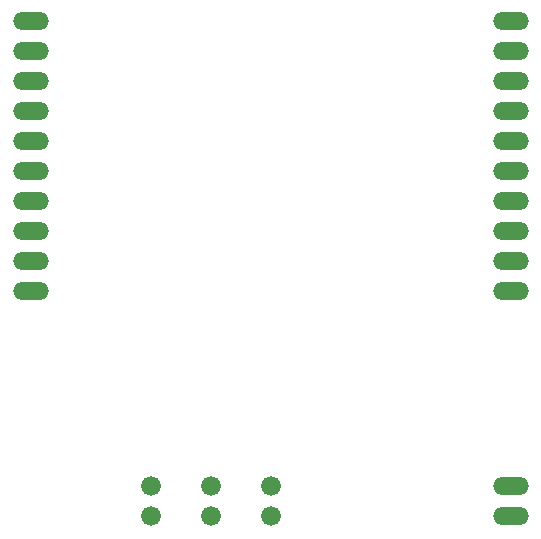
<source format=gtp>
G04 (created by PCBNEW-RS274X (2011-05-25)-stable) date Thu 09 Aug 2012 09:53:34 PM CST*
G01*
G70*
G90*
%MOIN*%
G04 Gerber Fmt 3.4, Leading zero omitted, Abs format*
%FSLAX34Y34*%
G04 APERTURE LIST*
%ADD10C,0.006000*%
%ADD11O,0.118700X0.059300*%
%ADD12C,0.066000*%
G04 APERTURE END LIST*
G54D10*
G54D11*
X20000Y-21500D03*
X20000Y-20500D03*
X20000Y-19500D03*
X20000Y-18500D03*
X20000Y-17500D03*
X20000Y-16500D03*
X36000Y-16500D03*
X36000Y-17500D03*
X36000Y-18500D03*
X36000Y-19500D03*
X36000Y-20500D03*
X36000Y-21500D03*
X36000Y-14500D03*
X36000Y-15500D03*
X20000Y-15500D03*
X20000Y-14500D03*
X36000Y-22500D03*
X36000Y-23500D03*
X20000Y-23500D03*
X20000Y-22500D03*
X36000Y-30000D03*
X36000Y-31000D03*
G54D12*
X28000Y-30000D03*
X28000Y-31000D03*
X26000Y-30000D03*
X26000Y-31000D03*
X24000Y-30000D03*
X24000Y-31000D03*
M02*

</source>
